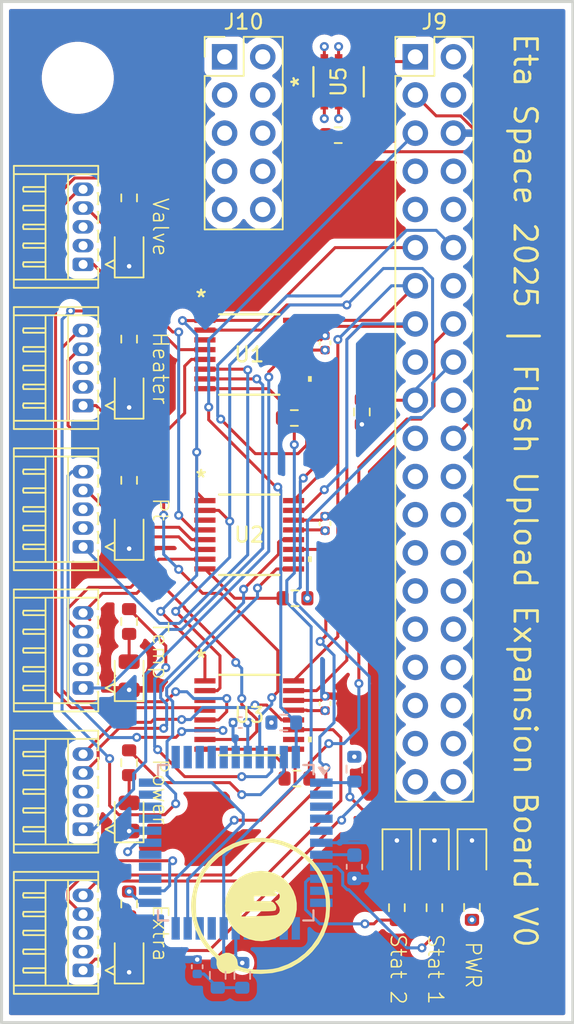
<source format=kicad_pcb>
(kicad_pcb (version 20240108) (generator "pcbnew") (generator_version "8.0")
  (layers (0 "F.Cu" signal) (1 "In1.Cu" signal) (2 "In2.Cu" signal) (31 "B.Cu" signal) (34 "B.Paste" user) (35 "F.Paste" user) (36 "B.SilkS" user "B.Silkscreen") (37 "F.SilkS" user "F.Silkscreen") (38 "B.Mask" user) (39 "F.Mask" user) (44 "Edge.Cuts" user))
  (net 0 "")
  (net 27 "Net-(C4-Pad2)")
  (net 50 "Net-(D8-A)")
  (net 52 "Net-(U4-VCAP)")
  (net 53 "/GPIO10")
  (net 60 "Net-(D9-A)")
  (net 67 "GND")
  (net 68 "+5V")
  (net 70 "+3.3V")
  (net 72 "/MCLR1")
  (net 73 "/PGC1")
  (net 74 "/PGD1")
  (net 75 "/PGD2")
  (net 76 "/MCLR2")
  (net 77 "/PGC2")
  (net 78 "/PGC3")
  (net 79 "/PGD3")
  (net 80 "/MCLR3")
  (net 81 "/MCLR4")
  (net 82 "/PGC4")
  (net 83 "/PGD4")
  (net 84 "/PGC5")
  (net 85 "/MCLR5")
  (net 86 "/PGD5")
  (net 87 "/MCLR6")
  (net 88 "/PGC6")
  (net 89 "/PGD6")
  (net 90 "/PGD7")
  (net 91 "/PGC7")
  (net 92 "/MCLR7")
  (net 93 "/PGC8")
  (net 94 "/MCLR8")
  (net 95 "/PGD8")
  (net 96 "/GPIO23")
  (net 97 "/GPIO22")
  (net 98 "/GPIO27")
  (net 99 "/GPIO18")
  (net 100 "/GPIO17")
  (net 101 "/GPIO24")
  (net 102 "VDD")
  (net 103 "/GPIO2")
  (net 104 "/GPIO3")
  (net 105 "/GPIO25")
  (net 106 "Net-(U5-G)")
  (net 107 "Net-(D1-A)")
  (net 108 "/PGD")
  (net 109 "/MCLR")
  (net 110 "/dspic/B2")
  (net 111 "Net-(D2-A)")
  (net 112 "Net-(D3-A)")
  (net 113 "/dspic/B3")
  (net 114 "Net-(D4-A)")
  (net 115 "/dspic/B4")
  (net 116 "/dspic/B5")
  (net 117 "Net-(D5-A)")
  (net 118 "/dspic/B6")
  (net 119 "Net-(D6-A)")
  (net 120 "Net-(D7-A)")
  (net 121 "/dspic/B7")
  (net 122 "/PGC")
  (net 135 "/dspic/B10")
  (net 136 "/dspic/B11")
  (footprint "Capacitor_SMD:C_0402_1005Metric" (layer "F.Cu") (at 71.547199 96.725001 -90)
    (property "Reference" "C3" (hide yes))
    (property "Value" "0.1uF" (hide yes))
  )
  (footprint "Connector_Hirose:Hirose_DF13-05P-1.25DS_1x05_P1.25mm_Horizontal" (layer "F.Cu") (at 55.4325 114.5 90)
    (property "Reference" "J6" (hide yes))
    (property "Value" "Conn_01x05_Pin" (hide yes))
  )
  (footprint "Resistor_SMD:R_0603_1608Metric" (layer "F.Cu") (at 58.5 72.47375 90)
    (property "Reference" "R13" (hide yes))
    (property "Value" "1k" (hide yes))
  )
  (footprint "Resistor_SMD:R_0603_1608Metric" (layer "F.Cu") (at 58.5 110.07375 90)
    (property "Reference" "R11" (hide yes))
    (property "Value" "1k" (hide yes))
  )
  (footprint "LED_SMD:LED_0805_2012Metric" (layer "F.Cu") (at 58.5 66.68625 90)
    (property "Reference" "D3" (hide yes))
    (property "Value" "LED" (hide yes))
  )
  (footprint "LED_SMD:LED_0805_2012Metric" (layer "F.Cu") (at 58.5 113.68625 90)
    (property "Reference" "D2" (hide yes))
    (property "Value" "LED" (hide yes))
  )
  (footprint "LED_SMD:LED_0805_2012Metric" (layer "F.Cu") (at 78.8315 106.7875 -90)
    (property "Reference" "D8" (hide yes))
    (property "Value" "LED" (hide yes))
  )
  (footprint "TMUX1208:PW_16_TEX" (layer "F.Cu") (at 66.5 73.5)
    (property "Reference" "U1")
    (property "Value" "TMUX1208PWR" (hide yes))
  )
  (footprint "LED_SMD:LED_0805_2012Metric" (layer "F.Cu") (at 58.5 104.28625 90)
    (property "Reference" "D7" (hide yes))
    (property "Value" "LED" (hide yes))
  )
  (footprint "MOSFET-P:TSOP_7EV-T1_BE3_VIS" (layer "F.Cu") (at 72.44996 55.3462 90)
    (property "Reference" "U5")
    (property "Value" "SQ3457EV-T1_BE3" (hide yes))
  )
  (footprint "Resistor_SMD:R_0603_1608Metric" (layer "F.Cu") (at 69.547199 89.725001)
    (property "Reference" "R8" (hide yes))
    (property "Value" "50" (hide yes))
  )
  (footprint "Resistor_SMD:R_0603_1608Metric" (layer "F.Cu") (at 76.3315 110.325 -90)
    (property "Reference" "R18" (hide yes))
    (property "Value" "1k" (hide yes))
  )
  (footprint "Connector_PinHeader_2.54mm:PinHeader_2x05_P2.54mm_Vertical" (layer "F.Cu") (at 64.859 53.683)
    (property "Reference" "J10")
    (property "Value" "Conn_02x05_Odd_Even" (hide yes))
  )
  (footprint "Resistor_SMD:R_0603_1608Metric" (layer "F.Cu") (at 69.5 77.725001)
    (property "Reference" "R9" (hide yes))
    (property "Value" "100" (hide yes))
  )
  (footprint "LED_SMD:LED_0805_2012Metric" (layer "F.Cu") (at 81.3315 106.7875 -90)
    (property "Reference" "D1" (hide yes))
    (property "Value" "LED" (hide yes))
  )
  (footprint "LED_SMD:LED_0805_2012Metric" (layer "F.Cu") (at 58.5 94.88625 90)
    (property "Reference" "D6" (hide yes))
    (property "Value" "LED" (hide yes))
  )
  (footprint "MountingHole:MountingHole_4.3mm_M4" (layer "F.Cu") (at 55.08 55.08)
    (property "Reference" "REF**" (hide yes))
    (property "Value" "MountingHole_4.3mm_M4" (hide yes))
  )
  (footprint "Resistor_SMD:R_0603_1608Metric" (layer "F.Cu") (at 69.675 101.725001)
    (property "Reference" "R7" (hide yes))
    (property "Value" "50" (hide yes))
  )
  (footprint "Resistor_SMD:R_0603_1608Metric" (layer "F.Cu") (at 58.5 100.67375 90)
    (property "Reference" "R16" (hide yes))
    (property "Value" "1k" (hide yes))
  )
  (footprint "Resistor_SMD:R_0603_1608Metric" (layer "F.Cu") (at 72.425 58.9)
    (property "Reference" "R3" (hide yes))
    (property "Value" "10k" (hide yes))
  )
  (footprint "IMGS:etalogo" (layer "F.Cu") (at 67.2 110.2 -90)
    (property "Reference" "G***" (hide yes))
    (property "Value" "LOGO" (hide yes))
  )
  (footprint "LED_SMD:LED_0805_2012Metric" (layer "F.Cu") (at 76.3315 106.7875 -90)
    (property "Reference" "D9" (hide yes))
    (property "Value" "LED" (hide yes))
  )
  (footprint "Resistor_SMD:R_0603_1608Metric" (layer "F.Cu") (at 74 77.325 -90)
    (property "Reference" "R10" (hide yes))
    (property "Value" "10k" (hide yes))
  )
  (footprint "Resistor_SMD:R_0603_1608Metric" (layer "F.Cu") (at 81.3315 110.3075 -90)
    (property "Reference" "R4" (hide yes))
    (property "Value" "50" (hide yes))
  )
  (footprint "TMUX1208:PW_16_TEX" (layer "F.Cu") (at 66.5 97.5)
    (property "Reference" "U3")
    (property "Value" "TMUX1208PWR" (hide yes))
  )
  (footprint "LED_SMD:LED_0805_2012Metric" (layer "F.Cu") (at 58.5 76.08625 90)
    (property "Reference" "D4" (hide yes))
    (property "Value" "LED" (hide yes))
  )
  (footprint "Connector_Hirose:Hirose_DF13-05P-1.25DS_1x05_P1.25mm_Horizontal" (layer "F.Cu") (at 55.4325 86.3 90)
    (property "Reference" "J3" (hide yes))
    (property "Value" "Conn_01x05_Pin" (hide yes))
  )
  (footprint "Connector_Hirose:Hirose_DF13-05P-1.25DS_1x05_P1.25mm_Horizontal" (layer "F.Cu") (at 55.4325 95.7 90)
    (property "Reference" "J4" (hide yes))
    (property "Value" "Conn_01x05_Pin" (hide yes))
  )
  (footprint "Connector_PinHeader_2.54mm:PinHeader_2x20_P2.54mm_Vertical" (layer "F.Cu") (at 77.559 53.683)
    (property "Reference" "J9")
    (property "Value" "Conn_02x20_Odd_Even" (hide yes))
  )
  (footprint "LED_SMD:LED_0805_2012Metric" (layer "F.Cu") (at 58.5 85.48625 90)
    (property "Reference" "D5" (hide yes))
    (property "Value" "LED" (hide yes))
  )
  (footprint "Resistor_SMD:R_0603_1608Metric" (layer "F.Cu") (at 58.5 63.07375 90)
    (property "Reference" "R12" (hide yes))
    (property "Value" "1k" (hide yes))
  )
  (footprint "Capacitor_SMD:C_0402_1005Metric" (layer "F.Cu") (at 71.547199 84.746301 -90)
    (property "Reference" "C2" (hide yes))
    (property "Value" "0.1uF" (hide yes))
  )
  (footprint "Resistor_SMD:R_0603_1608Metric" (layer "F.Cu") (at 58.5 81.87375 90)
    (property "Reference" "R14" (hide yes))
    (property "Value" "1k" (hide yes))
  )
  (footprint "TMUX1208:PW_16_TEX" (layer "F.Cu") (at 66.5 85.5)
    (property "Reference" "U2")
    (property "Value" "TMUX1208PWR" (hide yes))
  )
  (footprint "Capacitor_SMD:C_0402_1005Metric" (layer "F.Cu") (at 71.547199 72.725001 -90)
    (property "Reference" "C1" (hide yes))
    (property "Value" "0.1uF" (hide yes))
  )
  (footprint "Resistor_SMD:R_0603_1608Metric" (layer "F.Cu") (at 58.5 91.27375 90)
    (property "Reference" "R15" (hide yes))
    (property "Value" "1k" (hide yes))
  )
  (footprint "Connector_Hirose:Hirose_DF13-05P-1.25DS_1x05_P1.25mm_Horizontal" (layer "F.Cu") (at 55.4325 76.9 90)
    (property "Reference" "J2" (hide yes))
    (property "Value" "Conn_01x05_Pin" (hide yes))
  )
  (footprint "Connector_Hirose:Hirose_DF13-05P-1.25DS_1x05_P1.25mm_Horizontal" (layer "F.Cu") (at 55.4325 105.1 90)
    (property "Reference" "J5" (hide yes))
    (property "Value" "Conn_01x05_Pin" (hide yes))
  )
  (footprint "Connector_Hirose:Hirose_DF13-05P-1.25DS_1x05_P1.25mm_Horizontal" (layer "F.Cu") (at 55.4325 67.5 90)
    (property "Reference" "J1" (hide yes))
    (property "Value" "Conn_01x05_Pin" (hide yes))
  )
  (footprint "Resistor_SMD:R_0603_1608Metric" (layer "F.Cu") (at 78.8315 110.325 -90)
    (property "Reference" "R17" (hide yes))
    (property "Value" "1k" (hide yes))
  )
  (footprint "Package_QFP:TQFP-44_10x10mm_P0.8mm" (layer "B.Cu") (at 65.6 106 180)
    (property "Reference" "U4" (hide yes))
    (property "Value" "DSPIC33FJ128GP204" (hide yes))
  )
  (footprint "Capacitor_SMD:C_0402_1005Metric" (layer "B.Cu") (at 65.9 98)
    (property "Reference" "C5" (hide yes))
    (property "Value" "0.1uF" (hide yes))
  )
  (footprint "Capacitor_SMD:C_0603_1608Metric" (layer "B.Cu") (at 73.5 107.6 -90)
    (property "Reference" "C6" (hide yes))
    (property "Value" "10uf" (hide yes))
  )
  (footprint "Resistor_SMD:R_0603_1608Metric" (layer "B.Cu") (at 68.8 98 180)
    (property "Reference" "R5" (hide yes))
    (property "Value" "10k" (hide yes))
  )
  (footprint "Resistor_SMD:R_0603_1608Metric" (layer "B.Cu") (at 64.4 114.825 90)
    (property "Reference" "R2" (hide yes))
    (property "Value" "100" (hide yes))
  )
  (footprint "Resistor_SMD:R_0603_1608Metric" (layer "B.Cu") (at 73.5 101.1 90)
    (property "Reference" "R6" (hide yes))
    (property "Value" "10k" (hide yes))
  )
  (footprint "Capacitor_SMD:C_0402_1005Metric" (layer "B.Cu") (at 63.035 114.255 -90)
    (property "Reference" "C4" (hide yes))
    (property "Value" "0.1uF" (hide yes))
  )
  (footprint "Resistor_SMD:R_0603_1608Metric" (layer "B.Cu") (at 66.035 114.825 -90)
    (property "Reference" "R1" (hide yes))
    (property "Value" "10k" (hide yes))
  )
  (gr_rect (start 50 50) (end 88.0504 117.9754) (stroke (width 0.2)) (fill none) (layer "Edge.Cuts"))
  (gr_text "Stat 1" (at 78.3315 112 270) (layer "F.SilkS") (effects (font (size 1 1) (thickness 0.1)) (justify left bottom)))
  (gr_text "Temp" (at 60 91.221429 -90) (layer "F.SilkS") (effects (font (size 1 1) (thickness 0.1)) (justify left bottom)))
  (gr_text "PWR" (at 80.8315 112.5 -90) (layer "F.SilkS") (effects (font (size 1 1) (thickness 0.1)) (justify left bottom)))
  (gr_text "Heater" (at 60 71.921428 -90) (layer "F.SilkS") (effects (font (size 1 1) (thickness 0.1)) (justify left bottom)))
  (gr_text "Eta Space 2025 | Flash Upload Expansion Board V0" (at 84 52 270) (layer "F.SilkS") (effects (font (size 1.5 1.5) (thickness 0.1875)) (justify left bottom)))
  (gr_text "Power" (at 60 100.335714 -90) (layer "F.SilkS") (effects (font (size 1 1) (thickness 0.1)) (justify left bottom)))
  (gr_text "Pt" (at 60 82.964286 -90) (layer "F.SilkS") (effects (font (size 1 1) (thickness 0.1)) (justify left bottom)))
  (gr_text "Valve" (at 60 62.997619 -90) (layer "F.SilkS") (effects (font (size 1 1) (thickness 0.1)) (justify left bottom)))
  (gr_text "Stat 2" (at 75.8315 112 270) (layer "F.SilkS") (effects (font (size 1 1) (thickness 0.1)) (justify left bottom)))
  (gr_text "Extra" (at 60 110.045238 270) (layer "F.SilkS") (effects (font (size 1 1) (thickness 0.1)) (justify left bottom)))
  (segment (start 63.035 114.735) (end 63.485 114.735) (width 0.2) (layer "B.Cu") (net 27))
  (segment (start 66.035 115.65) (end 64.4 115.65) (width 0.2) (layer "B.Cu") (net 27))
  (segment (start 63.485 114.735) (end 64.4 115.65) (width 0.2) (layer "B.Cu") (net 27))
  (segment (start 78.8315 107.725) (end 78.8315 109.5) (width 0.2) (layer "F.Cu") (net 50))
  (segment (start 73.475 106.8) (end 73.5 106.825) (width 0.2) (layer "B.Cu") (net 52))
  (segment (start 71.3 106.8) (end 73.475 106.8) (width 0.2) (layer "B.Cu") (net 52))
  (segment (start 63.547199 95.874999) (end 64.3754 95.874999) (width 0.2) (layer "F.Cu") (net 53))
  (segment (start 74 76.5) (end 74.5 76.5) (width 0.2) (layer "F.Cu") (net 53))
  (segment (start 67.324604 71.874999) (end 68.999603 70.2) (width 0.2) (layer "F.Cu") (net 53))
  (segment (start 74.543 76.543) (end 77.559 76.543) (width 0.2) (layer "F.Cu") (net 53))
  (segment (start 64.549998 93.549998) (end 61.6 90.6) (width 0.2) (layer "F.Cu") (net 53))
  (segment (start 64.549998 95.700401) (end 64.549998 93.549998) (width 0.2) (layer "F.Cu") (net 53))
  (segment (start 64.474999 83.874999) (end 63.547199 83.874999) (width 0.2) (layer "F.Cu") (net 53))
  (segment (start 63.547199 71.874999) (end 67.324604 71.874999) (width 0.2) (layer "F.Cu") (net 53))
  (segment (start 74.5 76.5) (end 74.543 76.543) (width 0.2) (layer "F.Cu") (net 53))
  (segment (start 68.999603 70.2) (end 73 70.2) (width 0.2) (layer "F.Cu") (net 53))
  (segment (start 65.2 84.6) (end 64.474999 83.874999) (width 0.2) (layer "F.Cu") (net 53))
  (segment (start 64.3754 95.874999) (end 64.549998 95.700401) (width 0.2) (layer "F.Cu") (net 53))
  (via (at 73 70.2) (size 0.6) (drill 0.3) (layers "F.Cu" "B.Cu") (net 53))
  (via (at 65.2 84.6) (size 0.6) (drill 0.3) (layers "F.Cu" "B.Cu") (net 53))
  (via (at 61.6 90.6) (size 0.6) (drill 0.3) (layers "F.Cu" "B.Cu") (net 53))
  (segment (start 78.709 74.691) (end 77.559 75.841) (width 0.2) (layer "B.Cu") (net 53))
  (segment (start 77.559 75.841) (end 77.559 76.543) (width 0.2) (layer "B.Cu") (net 53))
  (segment (start 65.2 87) (end 65.2 84.6) (width 0.2) (layer "B.Cu") (net 53))
  (segment (start 69.2 70.2) (end 73 70.2) (width 0.2) (layer "B.Cu") (net 53))
  (segment (start 78.035346 67.773) (end 78.709 68.446654) (width 0.2) (layer "B.Cu") (net 53))
  (segment (start 73 70.2) (end 75.427 67.773) (width 0.2) (layer "B.Cu") (net 53))
  (segment (start 65.2 84.6) (end 65.2 74.2) (width 0.2) (layer "B.Cu") (net 53))
  (segment (start 75.427 67.773) (end 78.035346 67.773) (width 0.2) (layer "B.Cu") (net 53))
  (segment (start 61.6 90.6) (end 65.2 87) (width 0.2) (layer "B.Cu") (net 53))
  (segment (start 65.2 74.2) (end 69.2 70.2) (width 0.2) (layer "B.Cu") (net 53))
  (segment (start 78.709 68.446654) (end 78.709 74.691) (width 0.2) (layer "B.Cu") (net 53))
  (segment (start 76.3315 107.725) (end 76.3315 109.5) (width 0.2) (layer "F.Cu") (net 60))
  (segment (start 71.267199 72.525001) (end 69.452801 72.525001) (width 0.2) (layer "F.Cu") (net 67))
  (segment (start 71.267199 96.525001) (end 71.547199 96.245001) (width 0.2) (layer "F.Cu") (net 67))
  (segment (start 71.288499 84.525001) (end 71.547199 84.266301) (width 0.2) (layer "F.Cu") (net 67))
  (segment (start 69.452801 84.525001) (end 71.288499 84.525001) (width 0.2) (layer "F.Cu") (net 67))
  (segment (start 69.452801 96.525001) (end 71.267199 96.525001) (width 0.2) (layer "F.Cu") (net 67))
  (segment (start 71.547199 72.245001) (end 71.267199 72.525001) (width 0.2) (layer "F.Cu") (net 67))
  (via (at 58.5 77.02375) (size 0.6) (drill 0.3) (layers "F.Cu" "B.Cu") (net 67))
  (via (at 71.547199 96.245001) (size 0.6) (drill 0.3) (layers "F.Cu" "B.Cu") (net 67))
  (via (at 81.3315 105.85) (size 0.6) (drill 0.3) (layers "F.Cu" "B.Cu") (net 67))
  (via (at 73.5 108.375) (size 0.6) (drill 0.3) (layers "F.Cu" "B.Cu") (net 67))
  (via (at 58.5 114.62375) (size 0.6) (drill 0.3) (layers "F.Cu" "B.Cu") (net 67))
  (via (at 58.5 86.42375) (size 0.6) (drill 0.3) (layers "F.Cu" "B.Cu") (net 67))
  (via (at 74 78.15) (size 0.6) (drill 0.3) (layers "F.Cu" "B.Cu") (net 67))
  (via (at 58.5 105.22375) (size 0.6) (drill 0.3) (layers "F.Cu" "B.Cu") (net 67))
  (via (at 76.3315 105.85) (size 0.6) (drill 0.3) (layers "F.Cu" "B.Cu") (net 67))
  (via (at 78.8315 105.85) (size 0.6) (drill 0.3) (layers "F.Cu" "B.Cu") (net 67))
  (via (at 58.5 95.82375) (size 0.6) (drill 0.3) (layers "F.Cu" "B.Cu") (net 67))
  (via (at 71.547199 72.245001) (size 0.6) (drill 0.3) (layers "F.Cu" "B.Cu") (net 67))
  (via (at 65.42 98) (size 0.6) (drill 0.3) (layers "F.Cu" "B.Cu") (net 67))
  (via (at 58.5 67.62375) (size 0.6) (drill 0.3) (layers "F.Cu" "B.Cu") (net 67))
  (via (at 71.547199 84.266301) (size 0.6) (drill 0.3) (layers "F.Cu" "B.Cu") (net 67))
  (via (at 63.035 113.775) (size 0.6) (drill 0.3) (layers "F.Cu" "B.Cu") (net 67))
  (segment (start 71.3 106) (end 76.1815 106) (width 0.2) (layer "B.Cu") (net 67))
  (segment (start 65.6 100.3) (end 65.6 99.35) (width 0.2) (layer "B.Cu") (net 67))
  (segment (start 65.42 99.17) (end 65.42 98) (width 0.2) (layer "B.Cu") (net 67))
  (segment (start 59.9 105.2) (end 58.52375 105.2) (width 0.2) (layer "B.Cu") (net 67))
  (segment (start 65.6 99.35) (end 65.42 99.17) (width 0.2) (layer "B.Cu") (net 67))
  (segment (start 58.52375 105.2) (end 58.5 105.22375) (width 0.2) (layer "B.Cu") (net 67))
  (segment (start 76.1815 106) (end 76.3315 105.85) (width 0.2) (layer "B.Cu") (net 67))
  (segment (start 77.242 54) (end 77.559 53.683) (width 0.2) (layer "F.Cu") (net 70))
  (segment (start 73.39992 54) (end 77.242 54) (width 0.2) (layer "F.Cu") (net 70))
  (segment (start 56.1325 67.5) (end 61.807499 73.174999) (width 0.2) (layer "F.Cu") (net 72))
  (segment (start 61.807499 73.174999) (end 63.547199 73.174999) (width 0.2) (layer "F.Cu") (net 72))
  (segment (start 55.4325 67.5) (end 56.1325 67.5) (width 0.2) (layer "F.Cu") (net 72))
  (segment (start 63.547199 97.174999) (end 63.38345 97.01125) (width 0.2) (layer "F.Cu") (net 73))
  (segment (start 63.38345 97.01125) (end 54.645564 97.01125) (width 0.2) (layer "F.Cu") (net 73))
  (segment (start 53.6 95.965686) (end 53.6 64.0825) (width 0.2) (layer "F.Cu") (net 73))
  (segment (start 55.1825 62.5) (end 55.4325 62.5) (width 0.2) (layer "F.Cu") (net 73))
  (segment (start 53.6 64.0825) (end 55.1825 62.5) (width 0.2) (layer "F.Cu") (net 73))
  (segment (start 54.645564 97.01125) (end 53.6 95.965686) (width 0.2) (layer "F.Cu") (net 73))
  (segment (start 57.5 65.5675) (end 57.5 68.099482) (width 0.2) (layer "F.Cu") (net 74))
  (segment (start 61.400518 72) (end 61.8 72) (width 0.2) (layer "F.Cu") (net 74))
  (segment (start 57.5 68.099482) (end 61.400518 72) (width 0.2) (layer "F.Cu") (net 74))
  (segment (start 61.8 84.2) (end 62.774999 85.174999) (width 0.2) (layer "F.Cu") (net 74))
  (segment (start 55.4325 63.75) (end 55.6825 63.75) (width 0.2) (layer "F.Cu") (net 74))
  (segment (start 55.6825 63.75) (end 57.5 65.5675) (width 0.2) (layer "F.Cu") (net 74))
  (segment (start 62.774999 85.174999) (end 63.547199 85.174999) (width 0.2) (layer "F.Cu") (net 74))
  (via (at 61.8 72) (size 0.6) (drill 0.3) (layers "F.Cu" "B.Cu") (net 74))
  (via (at 61.8 84.2) (size 0.6) (drill 0.3) (layers "F.Cu" "B.Cu") (net 74))
  (segment (start 61.8 72) (end 61.8 84.2) (width 0.2) (layer "B.Cu") (net 74))
  (segment (start 58.2 81.99875) (end 58.987648 81.99875) (width 0.2) (layer "F.Cu") (net 75))
  (segment (start 55.1825 73.15) (end 54.4325 73.9) (width 0.2) (layer "F.Cu") (net 75))
  (segment (start 61.819402 85) (end 62.6444 85.824998) (width 0.2) (layer "F.Cu") (net 75))
  (segment (start 55.4325 73.15) (end 55.1825 73.15) (width 0.2) (layer "F.Cu") (net 75))
  (segment (start 54.4325 78.23125) (end 58.2 81.99875) (width 0.2) (layer "F.Cu") (net 75))
  (segment (start 54.4325 73.9) (end 54.4325 78.23125) (width 0.2) (layer "F.Cu") (net 75))
  (segment (start 58.987648 81.99875) (end 59.6 82.611102) (width 0.2) (layer "F.Cu") (net 75))
  (segment (start 59.6 82.611102) (end 59.6 85) (width 0.2) (layer "F.Cu") (net 75))
  (segment (start 59.6 85) (end 61.819402 85) (width 0.2) (layer "F.Cu") (net 75))
  (segment (start 62.6444 85.824998) (end 63.547199 85.824998) (width 0.2) (layer "F.Cu") (net 75))
  (segment (start 56.3 76.9) (end 59 79.6) (width 0.2) (layer "F.Cu") (net 76))
  (segment (start 62.2 74.269398) (end 62.6444 73.824998) (width 0.2) (layer "F.Cu") (net 76))
  (segment (start 62.6444 73.824998) (end 63.547199 73.824998) (width 0.2) (layer "F.Cu") (net 76))
  (segment (start 60 79.6) (end 62.2 77.4) (width 0.2) (layer "F.Cu") (net 76))
  (segment (start 62.2 77.4) (end 62.2 74.269398) (width 0.2) (layer "F.Cu") (net 76))
  (segment (start 59 79.6) (end 60 79.6) (width 0.2) (layer "F.Cu") (net 76))
  (segment (start 55.4325 76.9) (end 56.3 76.9) (width 0.2) (layer "F.Cu") (net 76))
  (segment (start 54.0325 73.05) (end 55.1825 71.9) (width 0.2) (layer "F.Cu") (net 77))
  (segment (start 65 97.274996) (end 64.449998 97.824998) (width 0.2) (layer "F.Cu") (net 77))
  (segment (start 65 96.4) (end 65 97.274996) (width 0.2) (layer "F.Cu") (net 77))
  (segment (start 64.449998 97.824998) (end 63.547199 97.824998) (width 0.2) (layer "F.Cu") (net 77))
  (segment (start 60.93768 96.61125) (end 54.81125 96.61125) (width 0.2) (layer "F.Cu") (net 77))
  (segment (start 55.1825 71.9) (end 55.4325 71.9) (width 0.2) (layer "F.Cu") (net 77))
  (segment (start 54.81125 96.61125) (end 54.0325 95.8325) (width 0.2) (layer "F.Cu") (net 77))
  (segment (start 61.6 95.94893) (end 60.93768 96.61125) (width 0.2) (layer "F.Cu") (net 77))
  (segment (start 54.0325 95.8325) (end 54.0325 73.05) (width 0.2) (layer "F.Cu") (net 77))
  (via (at 61.6 95.94893) (size 0.6) (drill 0.3) (layers "F.Cu" "B.Cu") (net 77))
  (via (at 65 96.4) (size 0.6) (drill 0.3) (layers "F.Cu" "B.Cu") (net 77))
  (segment (start 62.34893 95.94893) (end 62.8 96.4) (width 0.2) (layer "B.Cu") (net 77))
  (segment (start 61.6 95.94893) (end 62.34893 95.94893) (width 0.2) (layer "B.Cu") (net 77))
  (segment (start 62.8 96.4) (end 65 96.4) (width 0.2) (layer "B.Cu") (net 77))
  (segment (start 61.61572 98.98428) (end 59.005855 98.98428) (width 0.2) (layer "F.Cu") (net 78))
  (segment (start 63.547199 98.474999) (end 64.697482 98.474999) (width 0.2) (layer "F.Cu") (net 78))
  (segment (start 64.697482 98.474999) (end 64.747481 98.524998) (width 0.2) (layer "F.Cu") (net 78))
  (segment (start 62 98.6) (end 61.61572 98.98428) (width 0.2) (layer "F.Cu") (net 78))
  (via (at 62 98.6) (size 0.6) (drill 0.3) (layers "F.Cu" "B.Cu") (net 78))
  (via (at 64.747481 98.524998) (size 0.6) (drill 0.3) (layers "F.Cu" "B.Cu") (net 78))
  (via (at 59.005855 98.98428) (size 0.6) (drill 0.3) (layers "F.Cu" "B.Cu") (net 78))
  (segment (start 58.990135 99) (end 57.2 99) (width 0.2) (layer "B.Cu") (net 78))
  (segment (start 54.7 81.3) (end 55.4325 81.3) (width 0.2) (layer "B.Cu") (net 78))
  (segment (start 62.075002 98.524998) (end 64.747481 98.524998) (width 0.2) (layer "B.Cu") (net 78))
  (segment (start 62 98.6) (end 62.075002 98.524998) (width 0.2) (layer "B.Cu") (net 78))
  (segment (start 54.4325 81.5675) (end 54.7 81.3) (width 0.2) (layer "B.Cu") (net 78))
  (segment (start 59.005855 98.98428) (end 58.990135 99) (width 0.2) (layer "B.Cu") (net 78))
  (segment (start 57.2 99) (end 54.4325 96.2325) (width 0.2) (layer "B.Cu") (net 78))
  (segment (start 54.4325 96.2325) (end 54.4325 81.5675) (width 0.2) (layer "B.Cu") (net 78))
  (segment (start 58.111768 85.63625) (end 61.805651 85.63625) (width 0.2) (layer "F.Cu") (net 79))
  (segment (start 62.6444 86.474999) (end 63.547199 86.474999) (width 0.2) (layer "F.Cu") (net 79))
  (segment (start 57.5 85.024482) (end 58.111768 85.63625) (width 0.2) (layer "F.Cu") (net 79))
  (segment (start 61.805651 85.63625) (end 62.6444 86.474999) (width 0.2) (layer "F.Cu") (net 79))
  (segment (start 57.5 84.3675) (end 57.5 85.024482) (width 0.2) (layer "F.Cu") (net 79))
  (segment (start 55.4325 82.55) (end 55.6825 82.55) (width 0.2) (layer "F.Cu") (net 79))
  (segment (start 55.6825 82.55) (end 57.5 84.3675) (width 0.2) (layer "F.Cu") (net 79))
  (segment (start 66.397936 74.524998) (end 66.347937 74.474999) (width 0.2) (layer "F.Cu") (net 80))
  (segment (start 66.347937 74.474999) (end 63.547199 74.474999) (width 0.2) (layer "F.Cu") (net 80))
  (via (at 66.397936 74.524998) (size 0.6) (drill 0.3) (layers "F.Cu" "B.Cu") (net 80))
  (segment (start 55.4325 86.3) (end 60.5325 91.4) (width 0.2) (layer "B.Cu") (net 80))
  (segment (start 60.5325 91.4) (end 61.834314 91.4) (width 0.2) (layer "B.Cu") (net 80))
  (segment (start 61.834314 91.4) (end 66.397936 86.836378) (width 0.2) (layer "B.Cu") (net 80))
  (segment (start 66.397936 86.836378) (end 66.397936 74.524998) (width 0.2) (layer "B.Cu") (net 80))
  (segment (start 67 75.124998) (end 63.547199 75.124998) (width 0.2) (layer "F.Cu") (net 81))
  (via (at 67 75.124998) (size 0.6) (drill 0.3) (layers "F.Cu" "B.Cu") (net 81))
  (segment (start 67.4 75.524998) (end 67.4 86.4) (width 0.2) (layer "B.Cu") (net 81))
  (segment (start 67.4 86.4) (end 62 91.8) (width 0.2) (layer "B.Cu") (net 81))
  (segment (start 61 91.8) (end 57.1 95.7) (width 0.2) (layer "B.Cu") (net 81))
  (segment (start 67 75.124998) (end 67.4 75.524998) (width 0.2) (layer "B.Cu") (net 81))
  (segment (start 57.1 95.7) (end 55.4325 95.7) (width 0.2) (layer "B.Cu") (net 81))
  (segment (start 62 91.8) (end 61 91.8) (width 0.2) (layer "B.Cu") (net 81))
  (segment (start 62.2 90.351471) (end 62.2 90.4) (width 0.2) (layer "F.Cu") (net 82))
  (segment (start 56.7325 89.4) (end 59 89.4) (width 0.2) (layer "F.Cu") (net 82))
  (segment (start 65.6 94) (end 65.6 93.8) (width 0.2) (layer "F.Cu") (net 82))
  (segment (start 59.6 88.8) (end 60.648529 88.8) (width 0.2) (layer "F.Cu") (net 82))
  (segment (start 55.4325 90.7) (end 56.7325 89.4) (width 0.2) (layer "F.Cu") (net 82))
  (segment (start 66.628529 97.4) (end 66.6 97.4) (width 0.2) (layer "F.Cu") (net 82))
  (segment (start 67 98.6) (end 67 97.771471) (width 0.2) (layer "F.Cu") (net 82))
  (segment (start 66.6 97.4) (end 66 96.8) (width 0.2) (layer "F.Cu") (net 82))
  (segment (start 66 96.8) (end 66 96.4) (width 0.2) (layer "F.Cu") (net 82))
  (segment (start 63.547199 99.124998) (end 66.475002 99.124998) (width 0.2) (layer "F.Cu") (net 82))
  (segment (start 65.6 93.8) (end 62.2 90.4) (width 0.2) (layer "F.Cu") (net 82))
  (segment (start 59 89.4) (end 59.6 88.8) (width 0.2) (layer "F.Cu") (net 82))
  (segment (start 67 97.771471) (end 66.628529 97.4) (width 0.2) (layer "F.Cu") (net 82))
  (segment (start 60.648529 88.8) (end 62.2 90.351471) (width 0.2) (layer "F.Cu") (net 82))
  (segment (start 66.475002 99.124998) (end 67 98.6) (width 0.2) (layer "F.Cu") (net 82))
  (segment (start 55.88125 91.14875) (end 55.4325 90.7) (width 0.2) (layer "F.Cu") (net 82))
  (via (at 66 96.4) (size 0.6) (drill 0.3) (layers "F.Cu" "B.Cu") (net 82))
  (via (at 65.6 94) (size 0.6) (drill 0.3) (layers "F.Cu" "B.Cu") (net 82))
  (segment (start 65.6 94) (end 66 94.4) (width 0.2) (layer "B.Cu") (net 82))
  (segment (start 66 94.4) (end 66 96.4) (width 0.2) (layer "B.Cu") (net 82))
  (segment (start 54.4325 91.2) (end 54.4325 90.38934) (width 0.2) (layer "F.Cu") (net 83))
  (segment (start 60.475002 87.124998) (end 63.547199 87.124998) (width 0.2) (layer "F.Cu") (net 83))
  (segment (start 55.1825 91.95) (end 54.4325 91.2) (width 0.2) (layer "F.Cu") (net 83))
  (segment (start 55.4325 91.95) (end 55.1825 91.95) (width 0.2) (layer "F.Cu") (net 83))
  (segment (start 55.82184 89) (end 58.6 89) (width 0.2) (layer "F.Cu") (net 83))
  (segment (start 54.4325 90.38934) (end 55.82184 89) (width 0.2) (layer "F.Cu") (net 83))
  (segment (start 58.6 89) (end 60.475002 87.124998) (width 0.2) (layer "F.Cu") (net 83))
  (segment (start 61.98428 97.78428) (end 60.151471 97.78428) (width 0.2) (layer "F.Cu") (net 84))
  (segment (start 68.64853 97.825001) (end 69.452801 97.825001) (width 0.2) (layer "F.Cu") (net 84))
  (segment (start 59.951471 97.98428) (end 57.54822 97.98428) (width 0.2) (layer "F.Cu") (net 84))
  (segment (start 60.151471 97.78428) (end 59.951471 97.98428) (width 0.2) (layer "F.Cu") (net 84))
  (segment (start 62 97.8) (end 61.98428 97.78428) (width 0.2) (layer "F.Cu") (net 84))
  (segment (start 67.655996 96.832467) (end 68.64853 97.825001) (width 0.2) (layer "F.Cu") (net 84))
  (segment (start 57.54822 97.98428) (end 55.4325 100.1) (width 0.2) (layer "F.Cu") (net 84))
  (segment (start 66.880996 96.832467) (end 67.655996 96.832467) (width 0.2) (layer "F.Cu") (net 84))
  (via (at 62 97.8) (size 0.6) (drill 0.3) (layers "F.Cu" "B.Cu") (net 84))
  (via (at 66.880996 96.832467) (size 0.6) (drill 0.3) (layers "F.Cu" "B.Cu") (net 84))
  (segment (start 66.713463 97) (end 66.880996 96.832467) (width 0.2) (layer "B.Cu") (net 84))
  (segment (start 63.4 97) (end 66.713463 97) (width 0.2) (layer "B.Cu") (net 84))
  (segment (start 62.6 97.8) (end 63.4 97) (width 0.2) (layer "B.Cu") (net 84))
  (segment (start 62 97.8) (end 62.6 97.8) (width 0.2) (layer "B.Cu") (net 84))
  (segment (start 67.8 74.649601) (end 68.6246 73.825001) (width 0.2) (layer "F.Cu") (net 85))
  (segment (start 67.8 75) (end 67.8 74.649601) (width 0.2) (layer "F.Cu") (net 85))
  (segment (start 68.6246 73.825001) (end 69.452801 73.825001) (width 0.2) (layer "F.Cu") (net 85))
  (via (at 67.8 75) (size 0.6) (drill 0.3) (layers "F.Cu" "B.Cu") (net 85))
  (segment (start 59.6 98.729896) (end 59.605855 98.735751) (width 0.2) (layer "B.Cu") (net 85))
  (segment (start 59.6 94.8) (end 59.6 98.729896) (width 0.2) (layer "B.Cu") (net 85))
  (segment (start 59.605855 98.735751) (end 59.605855 100.594145) (width 0.2) (layer "B.Cu") (net 85))
  (segment (start 59.605855 100.594145) (end 58.8 101.4) (width 0.2) (layer "B.Cu") (net 85))
  (segment (start 58.8 102.4325) (end 56.1325 105.1) (width 0.2) (layer "B.Cu") (net 85))
  (segment (start 56.1325 105.1) (end 55.4325 105.1) (width 0.2) (layer "B.Cu") (net 85))
  (segment (start 67.8 75) (end 67.8 86.6) (width 0.2) (layer "B.Cu") (net 85))
  (segment (start 58.8 101.4) (end 58.8 102.4325) (width 0.2) (layer "B.Cu") (net 85))
  (segment (start 67.8 86.6) (end 59.6 94.8) (width 0.2) (layer "B.Cu") (net 85))
  (segment (start 68.450002 85.999599) (end 68.6246 85.825001) (width 0.2) (layer "F.Cu") (net 86))
  (segment (start 55.49316 101.35) (end 55.4325 101.35) (width 0.2) (layer "F.Cu") (net 86))
  (segment (start 56.4325 100.41066) (end 55.49316 101.35) (width 0.2) (layer "F.Cu") (net 86))
  (segment (start 56.4325 99.7675) (end 56.4325 100.41066) (width 0.2) (layer "F.Cu") (net 86))
  (segment (start 68.450002 86.798525) (end 68.450002 85.999599) (width 0.2) (layer "F.Cu") (net 86))
  (segment (start 60.8 98.38428) (end 57.81572 98.38428) (width 0.2) (layer "F.Cu") (net 86))
  (segment (start 57.81572 98.38428) (end 56.4325 99.7675) (width 0.2) (layer "F.Cu") (net 86))
  (segment (start 66.123526 89.125001) (end 68.450002 86.798525) (width 0.2) (layer "F.Cu") (net 86))
  (segment (start 68.6246 85.825001) (end 69.452801 85.825001) (width 0.2) (layer "F.Cu") (net 86))
  (via (at 66.123526 89.125001) (size 0.6) (drill 0.3) (layers "F.Cu" "B.Cu") (net 86))
  (via (at 60.8 98.38428) (size 0.6) (drill 0.3) (layers "F.Cu" "B.Cu") (net 86))
  (segment (start 60.8 98.38428) (end 61 98.18428) (width 0.2) (layer "B.Cu") (net 86))
  (segment (start 61 96.763145) (end 60.6 96.363145) (width 0.2) (layer "B.Cu") (net 86))
  (segment (start 61 98.18428) (end 61 96.763145) (width 0.2) (layer "B.Cu") (net 86))
  (segment (start 66.123526 90.011191) (end 66.123526 89.125001) (width 0.2) (layer "B.Cu") (net 86))
  (segment (start 60.6 96.363145) (end 60.6 95.534717) (width 0.2) (layer "B.Cu") (net 86))
  (segment (start 60.6 95.534717) (end 66.123526 90.011191) (width 0.2) (layer "B.Cu") (net 86))
  (segment (start 59.825 113.175) (end 59.25342 113.74658) (width 0.2) (layer "F.Cu") (net 87))
  (segment (start 56.24658 113.74658) (end 55.49316 114.5) (width 0.2) (layer "F.Cu") (net 87))
  (segment (start 69.452801 74.474999) (end 70.474999 74.474999) (width 0.2) (layer "F.Cu") (net 87))
  (segment (start 70.474999 74.474999) (end 71.306058 75.306058) (width 0.2) (layer "F.Cu") (net 87))
  (segment (start 71.306058 80.523217) (end 70.1 81.729275) (width 0.2) (layer "F.Cu") (net 87))
  (segment (start 72.5 104.5) (end 63.825 113.175) (width 0.2) (layer "F.Cu") (net 87))
  (segment (start 63.825 113.175) (end 59.825 113.175) (width 0.2) (layer "F.Cu") (net 87))
  (segment (start 55.49316 114.5) (end 55.4325 114.5) (width 0.2) (layer "F.Cu") (net 87))
  (segment (start 72.651471 104.5) (end 72.5 104.5) (width 0.2) (layer "F.Cu") (net 87))
  (segment (start 59.25342 113.74658) (end 56.24658 113.74658) (width 0.2) (layer "F.Cu") (net 87))
  (segment (start 71.306058 75.306058) (end 71.306058 80.523217) (width 0.2) (layer "F.Cu") (net 87))
  (via (at 70.1 81.729275) (size 0.6) (drill 0.3) (layers "F.Cu" "B.Cu") (net 87))
  (via (at 72.651471 104.5) (size 0.6) (drill 0.3) (layers "F.Cu" "B.Cu") (net 87))
  (segment (start 69.9 81.929275) (end 70.1 81.729275) (width 0.2) (layer "B.Cu") (net 87))
  (segment (start 69.532843 89.367157) (end 69.9 89) (width 0.2) (layer "B.Cu") (net 87))
  (segment (start 69.9 89) (end 69.9 81.929275) (width 0.2) (layer "B.Cu") (net 87))
  (segment (start 72.651471 104.5) (end 72.651471 104.348529) (width 0.2) (layer "B.Cu") (net 87))
  (segment (start 74.5 94.934314) (end 69.532843 89.967157) (width 0.2) (layer "B.Cu") (net 87))
  (segment (start 69.532843 89.967157) (end 69.532843 89.367157) (width 0.2) (layer "B.Cu") (net 87))
  (segment (start 72.651471 104.348529) (end 74.5 102.5) (width 0.2) (layer "B.Cu") (net 87))
  (segment (start 74.5 102.5) (end 74.5 94.934314) (width 0.2) (layer "B.Cu") (net 87))
  (segment (start 72.6 103.2) (end 72.6 99) (width 0.2) (layer "F.Cu") (net 88))
  (segment (start 55.4325 109.5) (end 56.38375 108.54875) (width 0.2) (layer "F.Cu") (net 88))
  (segment (start 56.38375 108.54875) (end 67.25125 108.54875) (width 0.2) (layer "F.Cu") (net 88))
  (segment (start 67.25125 108.54875) (end 72.6 103.2) (width 0.2) (layer "F.Cu") (net 88))
  (segment (start 72.6 99) (end 72.074999 98.474999) (width 0.2) (layer "F.Cu") (net 88))
  (segment (start 72.074999 98.474999) (end 69.452801 98.474999) (width 0.2) (layer "F.Cu") (net 88))
  (segment (start 71.220728 92.6) (end 71.6 92.220728) (width 0.2) (layer "F.Cu") (net 89))
  (segment (start 55.37184 110.75) (end 54.4325 109.81066) (width 0.2) (layer "F.Cu") (net 89))
  (segment (start 55.47309 108.14875) (end 65.263899 108.14875) (width 0.2) (layer "F.Cu") (net 89))
  (segment (start 71.6 101.812649) (end 71.6 101) (width 0.2) (layer "F.Cu") (net 89))
  (segment (start 71.474999 86.474999) (end 69.452801 86.474999) (width 0.2) (layer "F.Cu") (net 89))
  (segment (start 55.4325 110.75) (end 55.37184 110.75) (width 0.2) (layer "F.Cu") (net 89))
  (segment (start 71.6 92.220728) (end 71.6 86.6) (width 0.2) (layer "F.Cu") (net 89))
  (segment (start 54.4325 109.18934) (end 55.47309 108.14875) (width 0.2) (layer "F.Cu") (net 89))
  (segment (start 65.263899 108.14875) (end 71.6 101.812649) (width 0.2) (layer "F.Cu") (net 89))
  (segment (start 55.4325 110.75) (end 55.1825 110.75) (width 0.2) (layer "F.Cu") (net 89))
  (segment (start 71.6 86.6) (end 71.474999 86.474999) (width 0.2) (layer "F.Cu") (net 89))
  (segment (start 54.4325 109.81066) (end 54.4325 109.18934) (width 0.2) (layer "F.Cu") (net 89))
  (via (at 71.6 101) (size 0.6) (drill 0.3) (layers "F.Cu" "B.Cu") (net 89))
  (via (at 71.220728 92.6) (size 0.6) (drill 0.3) (layers "F.Cu" "B.Cu") (net 89))
  (segment (start 71.2 98.947199) (end 72.147199 98) (width 0.2) (layer "B.Cu") (net 89))
  (segment (start 71.6 101) (end 71.2 100.6) (width 0.2) (layer "B.Cu") (net 89))
  (segment (start 71.2 100.6) (end 71.2 98.947199) (width 0.2) (layer "B.Cu") (net 89))
  (segment (start 72.147199 98) (end 72.147199 93.526471) (width 0.2) (layer "B.Cu") (net 89))
  (segment (start 72.147199 93.526471) (end 71.220728 92.6) (width 0.2) (layer "B.Cu") (net 89))
  (segment (start 65.5 104.5) (end 67.262649 104.5) (width 0.2) (layer "F.Cu") (net 93))
  (segment (start 67.262649 104.5) (end 69.55 102.212649) (width 0.2) (layer "F.Cu") (net 93))
  (segment (start 69.55 99.872198) (end 69.452801 99.774999) (width 0.2) (layer "F.Cu") (net 93))
  (segment (start 69.55 102.212649) (end 69.55 99.872198) (width 0.2) (layer "F.Cu") (net 93))
  (via (at 65.5 104.5) (size 0.6) (drill 0.3) (layers "F.Cu" "B.Cu") (net 93))
  (segment (start 61.6 111.7) (end 61.6 108.4) (width 0.2) (layer "B.Cu") (net 93))
  (segment (start 61.6 108.4) (end 65.5 104.5) (width 0.2) (layer "B.Cu") (net 93))
  (segment (start 69.5 79.5) (end 69.5 78.5) (width 0.2) (layer "F.Cu") (net 94))
  (segment (start 69.452801 78.452801) (end 69.452801 75.774999) (width 0.2) (layer "F.Cu") (net 94))
  (segment (start 69.5 78.5) (end 69.452801 78.452801) (width 0.2) (layer "F.Cu") (net 94))
  (via (at 69.5 79.5) (size 0.6) (drill 0.3) (layers "F.Cu" "B.Cu") (net 94))
  (segment (start 69.5 88.048932) (end 69.5 79.5) (width 0.2) (layer "B.Cu") (net 94))
  (segment (start 69 90) (end 69 88.548932) (width 0.2) (layer "B.Cu") (net 94))
  (segment (start 64.4 114) (end 64.8 113.6) (width 0.2) (layer "B.Cu") (net 94))
  (segment (start 70.620728 101.054272) (end 70.620728 91.620728) (width 0.2) (layer "B.Cu") (net 94))
  (segment (start 70.620728 91.620728) (end 69 90) (width 0.2) (layer "B.Cu") (net 94))
  (segment (start 64.8 113.6) (end 64.8 111.7) (width 0.2) (layer "B.Cu") (net 94))
  (segment (start 64.8 106.875) (end 70.620728 101.054272) (width 0.2) (layer "B.Cu") (net 94))
  (segment (start 69 88.548932) (end 69.5 88.048932) (width 0.2) (layer "B.Cu") (net 94))
  (segment (start 64.8 111.7) (end 64.8 106.875) (width 0.2) (layer "B.Cu") (net 94))
  (segment (start 68.322057 87.774999) (end 67.048528 89.048528) (width 0.2) (layer "F.Cu") (net 95))
  (segment (start 69.452801 87.774999) (end 68.322057 87.774999) (width 0.2) (layer "F.Cu") (net 95))
  (via (at 67.048528 89.048528) (size 0.6) (drill 0.3) (layers "F.Cu" "B.Cu") (net 95))
  (segment (start 61 96.197459) (end 61.4 96.597459) (width 0.2) (layer "B.Cu") (net 95))
  (segment (start 66.1 104.1) (end 66.1 104.748529) (width 0.2) (layer "B.Cu") (net 95))
  (segment (start 61.5 102) (end 64 102) (width 0.2) (layer "B.Cu") (net 95))
  (segment (start 67.048528 89.048528) (end 67.048528 89.651875) (width 0.2) (layer "B.Cu") (net 95))
  (segment (start 67.048528 89.651875) (end 61 95.700403) (width 0.2) (layer "B.Cu") (net 95))
  (segment (start 61.025 101.525) (end 61.5 102) (width 0.2) (layer "B.Cu") (net 95))
  (segment (start 61.025 99.25) (end 61.025 101.525) (width 0.2) (layer "B.Cu") (net 95))
  (segment (start 62.4 108.448529) (end 62.4 111.7) (width 0.2) (layer "B.Cu") (net 95))
  (segment (start 61.4 98.875) (end 61.025 99.25) (width 0.2) (layer "B.Cu") (net 95))
  (segment (start 61 95.700403) (end 61 96.197459) (width 0.2) (layer "B.Cu") (net 95))
  (segment (start 64 102) (end 66.1 104.1) (width 0.2) (layer "B.Cu") (net 95))
  (segment (start 66.1 104.748529) (end 62.4 108.448529) (width 0.2) (layer "B.Cu") (net 95))
  (segment (start 61.4 96.597459) (end 61.4 98.875) (width 0.2) (layer "B.Cu") (net 95))
  (segment (start 77.928346 77.8) (end 78.8 76.928346) (width 0.2) (layer "F.Cu") (net 96))
  (segment (start 78.8 72.762) (end 80.099 71.463) (width 0.2) (layer "F.Cu") (net 96))
  (segment (start 78.8 76.928346) (end 78.8 72.762) (width 0.2) (layer "F.Cu") (net 96))
  (segment (start 70.5 100.7) (end 71.8 99.4) (width 0.2) (layer "F.Cu") (net 96))
  (segment (start 73.8 81) (end 77 77.8) (width 0.2) (layer "F.Cu") (net 96))
  (segment (start 77 77.8) (end 77.928346 77.8) (width 0.2) (layer "F.Cu") (net 96))
  (segment (start 70.5 101.725001) (end 70.5 100.7) (width 0.2) (layer "F.Cu") (net 96))
  (segment (start 73.8 95.4) (end 73.8 81) (width 0.2) (layer "F.Cu") (net 96))
  (via (at 73.8 95.4) (size 0.6) (drill 0.3) (layers "F.Cu" "B.Cu") (net 96))
  (via (at 71.8 99.4) (size 0.6) (drill 0.3) (layers "F.Cu" "B.Cu") (net 96))
  (segment (start 72.8 99.4) (end 73.8 98.4) (width 0.2) (layer "B.Cu") (net 96))
  (segment (start 73.8 98.4) (end 73.8 95.4) (width 0.2) (layer "B.Cu") (net 96))
  (segment (start 71.8 99.4) (end 72.8 99.4) (width 0.2) (layer "B.Cu") (net 96))
  (segment (start 73 81) (end 73 72.5) (width 0.2) (layer "F.Cu") (net 97))
  (segment (start 70.3556 71.875002) (end 69.452801 71.875002) (width 0.2) (layer "F.Cu") (net 97))
  (segment (start 77.396999 71.625001) (end 74.5 71.625001) (width 0.2) (layer "F.Cu") (net 97))
  (segment (start 73 93.856066) (end 73 81) (width 0.2) (layer "F.Cu") (net 97))
  (segment (start 77.559 71.463) (end 77.396999 71.625001) (width 0.2) (layer "F.Cu") (net 97))
  (segment (start 70.124998 83.875002) (end 71.5 82.5) (width 0.2) (layer "F.Cu") (net 97))
  (segment (start 70.981064 95.875002) (end 73 93.856066) (width 0.2) (layer "F.Cu") (net 97))
  (segment (start 73 72.5) (end 73.874999 71.625001) (width 0.2) (layer "F.Cu") (net 97))
  (segment (start 69.452801 95.875002) (end 70.981064 95.875002) (width 0.2) (layer "F.Cu") (net 97))
  (segment (start 74.5 71.625001) (end 70.605601 71.625001) (width 0.2) (layer "F.Cu") (net 97))
  (segment (start 69.452801 83.875002) (end 70.124998 83.875002) (width 0.2) (layer "F.Cu") (net 97))
  (segment (start 73.874999 71.625001) (end 74.5 71.625001) (width 0.2) (layer "F.Cu") (net 97))
  (segment (start 70.605601 71.625001) (end 70.3556 71.875002) (width 0.2) (layer "F.Cu") (net 97))
  (via (at 71.5 82.5) (size 0.6) (drill 0.3) (layers "F.Cu" "B.Cu") (net 97))
  (segment (start 71.5 82.5) (end 73 81) (width 0.2) (layer "B.Cu") (net 97))
  (segment (start 74.037 71.463) (end 77.559 71.463) (width 0.2) (layer "B.Cu") (net 97))
  (segment (start 73 81) (end 73 72.5) (width 0.2) (layer "B.Cu") (net 97))
  (segment (start 73 72.5) (end 74.037 71.463) (width 0.2) (layer "B.Cu") (net 97))
  (segment (start 72.4 80.277802) (end 72.4 72.5) (width 0.2) (layer "F.Cu") (net 98))
  (segment (start 72.4 92.277802) (end 72.4 80.277802) (width 0.2) (layer "F.Cu") (net 98))
  (segment (start 69.452801 71.225001) (end 75.256999 71.225001) (width 0.2) (layer "F.Cu") (net 98))
  (segment (start 69.452801 95.225001) (end 72.4 92.277802) (width 0.2) (layer "F.Cu") (net 98))
  (segment (start 75.256999 71.225001) (end 77.559 68.923) (width 0.2) (layer "F.Cu") (net 98))
  (segment (start 69.452801 83.225001) (end 72.4 80.277802) (width 0.2) (layer "F.Cu") (net 98))
  (via (at 72.4 72.5) (size 0.6) (drill 0.3) (layers "F.Cu" "B.Cu") (net 98))
  (segment (start 75.977 68.923) (end 77.559 68.923) (width 0.2) (layer "B.Cu") (net 98))
  (segment (start 72.4 72.5) (end 75.977 68.923) (width 0.2) (layer "B.Cu") (net 98))
  (segment (start 69.748529 80.1) (end 70.325 79.523529) (width 0.2) (layer "F.Cu") (net 99))
  (segment (start 70.325 79.523529) (end 70.325 77.725001) (width 0.2) (layer "F.Cu") (net 99))
  (segment (start 66.9 80.1) (end 69.748529 80.1) (width 0.2) (layer "F.Cu") (net 99))
  (segment (start 64.6 77.8) (end 66.9 80.1) (width 0.2) (layer "F.Cu") (net 99))
  (via (at 64.6 77.8) (size 0.6) (drill 0.3) (layers "F.Cu" "B.Cu") (net 99))
  (segment (start 69 69.6) (end 64.4 74.2) (width 0.2) (layer "B.Cu") (net 99))
  (segment (start 69.6 69.6) (end 69.8 69.6) (width 0.2) (layer "B.Cu") (net 99))
  (segment (start 80.099 66.383) (end 78.949 65.233) (width 0.2) (layer "B.Cu") (net 99))
  (segment (start 69.8 69.6) (end 69 69.6) (width 0.2) (layer "B.Cu") (net 99))
  (segment (start 64.4 74.2) (end 64.4 77.6) (width 0.2) (layer "B.Cu") (net 99))
  (segment (start 78.949 65.233) (end 76.967 65.233) (width 0.2) (layer "B.Cu") (net 99))
  (segment (start 64.4 77.6) (end 64.6 77.8) (width 0.2) (layer "B.Cu") (net 99))
  (segment (start 72.6 69.6) (end 69.6 69.6) (width 0.2) (layer "B.Cu") (net 99))
  (segment (start 76.967 65.233) (end 72.6 69.6) (width 0.2) (layer "B.Cu") (net 99))
  (segment (start 63.547199 93.547199) (end 60.6 90.6) (width 0.2) (layer "F.Cu") (net 100))
  (segment (start 62.999997 80) (end 62.999997 82.677799) (width 0.2) (layer "F.Cu") (net 100))
  (segment (start 62.052983 71.241051) (end 63.531149 71.241051) (width 0.2) (layer "F.Cu") (net 100))
  (segment (start 72.217 66.383) (end 77.559 66.383) (width 0.2) (layer "F.Cu") (net 100))
  (segment (start 67.374999 71.225001) (end 72.217 66.383) (width 0.2) (layer "F.Cu") (net 100))
  (segment (start 63.531149 71.241051) (end 63.547199 71.225001) (width 0.2) (layer "F.Cu") (net 100))
  (segment (start 63.547199 71.225001) (end 67.374999 71.225001) (width 0.2) (layer "F.Cu") (net 100))
  (segment (start 63.547199 95.225001) (end 63.547199 93.547199) (width 0.2) (layer "F.Cu") (net 100))
  (segment (start 62.999997 82.677799) (end 63.547199 83.225001) (width 0.2) (layer "F.Cu") (net 100))
  (via (at 60.6 90.6) (size 0.6) (drill 0.3) (layers "F.Cu" "B.Cu") (net 100))
  (via (at 62.999997 80) (size 0.6) (drill 0.3) (layers "F.Cu" "B.Cu") (net 100))
  (via (at 62.052983 71.241051) (size 0.6) (drill 0.3) (layers "F.Cu" "B.Cu") (net 100))
  (segment (start 62.999997 88.200003) (end 60.6 90.6) (width 0.2) (layer "B.Cu") (net 100))
  (segment (start 62.999997 72.188065) (end 62.052983 71.241051) (width 0.2) (layer "B.Cu") (net 100))
  (segment (start 62.999997 80) (end 62.999997 72.188065) (width 0.2) (layer "B.Cu") (net 100))
  (segment (start 62.999997 80) (end 62.999997 88.200003) (width 0.2) (layer "B.Cu") (net 100))
  (via (at 70.372199 89.725001) (size 0.6) (drill 0.3) (layers "F.Cu" "B.Cu") (net 101))
  (segment (start 78.709 77.019346) (end 78.709 75.393) (width 0.2) (layer "B.Cu") (net 101))
  (segment (start 78.035346 77.693) (end 78.709 77.019346) (width 0.2) (layer "B.Cu") (net 101))
  (segment (start 77.271971 77.693) (end 78.035346 77.693) (width 0.2) (layer "B.Cu") (net 101))
  (segment (start 70.372199 84.592772) (end 77.271971 77.693) (width 0.2) (layer "B.Cu") (net 101))
  (segment (start 78.709 75.393) (end 80.099 74.003) (width 0.2) (layer "B.Cu") (net 101))
  (segment (start 70.372199 89.725001) (end 70.372199 84.592772) (width 0.2) (layer "B.Cu") (net 101))
  (segment (start 72.44996 56.6924) (end 72.44996 57.8) (width 0.2) (layer "F.Cu") (net 102))
  (segment (start 71.4959 85.175002) (end 71.547199 85.226301) (width 0.2) (layer "F.Cu") (net 102))
  (segment (start 70.324998 97.175002) (end 70.354997 97.205001) (width 0.2) (layer "F.Cu") (net 102))
  (segment (start 71.5 56.6924) (end 71.5 57.8) (width 0.2) (layer "F.Cu") (net 102))
  (segment (start 70.354997 97.205001) (end 71.547199 97.205001) (width 0.2) (layer "F.Cu") (net 102))
  (segment (start 69.4828 73.205001) (end 69.452801 73.175002) (width 0.2) (layer "F.Cu") (net 102))
  (segment (start 72.44996 54) (end 72.44996 53) (width 0.2) (layer "F.Cu") (net 102))
  (segment (start 69.452801 85.175002) (end 71.4959 85.175002) (width 0.2) (layer "F.Cu") (net 102))
  (segment (start 69.452801 97.175002) (end 70.324998 97.175002) (width 0.2) (layer "F.Cu") (net 102))
  (segment (start 71.547199 73.205001) (end 69.4828 73.205001) (width 0.2) (layer "F.Cu") (net 102))
  (segment (start 71.5 54) (end 71.5 53) (width 0.2) (layer "F.Cu") (net 102))
  (via (at 67.975 98) (size 0.6) (drill 0.3) (layers "F.Cu" "B.Cu") (net 102))
  (via (at 72.44996 53) (size 0.6) (drill 0.3) (layers "F.Cu" "B.Cu") (net 102))
  (via (at 71.5 53) (size 0.6) (drill 0.3) (layers "F.Cu" "B.Cu") (net 102))
  (via (at 66.38 98) (size 0.6) (drill 0.3) (layers "F.Cu" "B.Cu") (net 102))
  (via (at 66.035 114) (size 0.6) (drill 0.3) (layers "F.Cu" "B.Cu") (net 102))
  (via (at 71.5 57.8) (size 0.6) (drill 0.3) (layers "F.Cu" "B.Cu") (net 102))
  (via (at 71.547199 97.205001) (size 0.6) (drill 0.3) (layers "F.Cu" "B.Cu") (net 102))
  (via (at 71.547199 85.226301) (size 0.6) (drill 0.3) (layers "F.Cu" "B.Cu") (net 102))
  (via (at 58.4 106.6) (size 0.6) (drill 0.3) (layers "F.Cu" "B.Cu") (net 102))
  (via (at 72.44996 57.8) (size 0.6) (drill 0.3) (layers "F.Cu" "B.Cu") (net 102))
  (via (at 73.5 100.275) (size 0.6) (drill 0.3) (layers "F.Cu" "B.Cu") (net 102))
  (via (at 81.3315 111.1325) (size 0.6) (drill 0.3) (layers "F.Cu" "B.Cu") (net 102))
  (via (at 71.547199 73.205001) (size 0.6) (drill 0.3) (layers "F.Cu" "B.Cu") (net 102))
  (segment (start 66.4 98.02) (end 66.38 98) (width 0.2) (layer "B.Cu") (net 102))
  (segment (start 66.4 100.3) (end 66.4 98.02) (width 0.2) (layer "B.Cu") (net 102))
  (segment (start 65.6 113.565) (end 66.035 114) (width 0.2) (layer "B.Cu") (net 102))
  (segment (start 59.9 106) (end 59 106) (width 0.2) (layer "B.Cu") (net 102))
  (segment (start 59 106) (end 58.4 106.6) (width 0.2) (layer "B.Cu") (net 102))
  (segment (start 65.6 111.7) (end 65.6 113.565) (width 0.2) (layer "B.Cu") (net 102))
  (segment (start 77.559 56.223) (end 78.949 57.613) (width 0.2) (layer "F.Cu") (net 103))
  (segment (start 74.048527 103.8) (end 73.2 102.951473) (width 0.2) (layer "F.Cu") (net 103))
  (segment (start 78.949 57.613) (end 80.575346 57.613) (width 0.2) (layer "F.Cu") (net 103))
  (segment (start 80.575346 57.613) (end 82.4 59.437654) (width 0.2) (layer "F.Cu") (net 103))
  (segment (start 82.4 59.437654) (end 82.4 102.4) (width 0.2) (layer "F.Cu") (net 103))
  (segment (start 82.4 102.4) (end 81 103.8) (width 0.2) (layer "F.Cu") (net 103))
  (segment (start 81 103.8) (end 74.048527 103.8) (width 0.2) (layer "F.Cu") (net 103))
  (via (at 73.2 102.951473) (size 0.6) (drill 0.3) (layers "F.Cu" "B.Cu") (net 103))
  (segment (start 73.2 102.951473) (end 73.2 102.225) (width 0.2) (layer "B.Cu") (net 103))
  (segment (start 71.3 102) (end 73.425 102) (width 0.2) (layer "B.Cu") (net 103))
  (segment (start 73.2 102.225) (end 73.5 101.925) (width 0.2) (layer "B.Cu") (net 103))
  (segment (start 73.425 102) (end 73.5 101.925) (width 0.2) (layer "B.Cu") (net 103))
  (segment (start 68.275736 82.324265) (end 63.8 77.848529) (width 0.2) (layer "F.Cu") (net 104))
  (segment (start 68.4 82.324265) (end 68.275736 82.324265) (width 0.2) (layer "F.Cu") (net 104))
  (segment (start 63.8 77.848529) (end 63.8 77) (width 0.2) (layer "F.Cu") (net 104))
  (via (at 68.4 82.324265) (size 0.6) (drill 0.3) (layers "F.Cu" "B.Cu") (net 104))
  (via (at 63.8 77) (size 0.6) (drill 0.3) (layers "F.Cu" "B.Cu") (net 104))
  (segment (start 69.625 98) (end 69.625 100.275) (width 0.2) (layer "B.Cu") (net 104))
  (segment (start 68.6 82.524265) (end 68.6 96.975) (width 0.2) (layer "B.Cu") (net 104))
  (segment (start 69.625 100.275) (end 69.6 100.3) (width 0.2) (layer "B.Cu") (net 104))
  (segment (start 68.4 82.324265) (end 68.6 82.524265) (width 0.2) (layer "B.Cu") (net 104))
  (segment (start 74.2 62.122) (end 77.559 58.763) (width 0.2) (layer "B.Cu") (net 104))
  (segment (start 63.8 77) (end 63.8 72.522) (width 0.2) (layer "B.Cu") (net 104))
  (segment (start 63.8 72.522) (end 77.559 58.763) (width 0.2) (layer "B.Cu") (net 104))
  (segment (start 68.6 96.975) (end 69.625 98) (width 0.2) (layer "B.Cu") (net 104))
  (segment (start 81 60) (end 82 61) (width 0.2) (layer "F.Cu") (net 105))
  (segment (start 72.7 60) (end 81 60) (width 0.2) (layer "F.Cu") (net 105))
  (segment (start 82 61) (end 82 77.182) (width 0.2) (layer "F.Cu") (net 105))
  (segment (start 82 77.182) (end 80.099 79.083) (width 0.2) (layer "F.Cu") (net 105))
  (segment (start 71.6 58.9) (end 72.7 60) (width 0.2) (layer "F.Cu") (net 105))
  (segment (start 73.39992 56.6924) (end 73.39992 58.75008) (width 0.2) (layer "F.Cu") (net 106))
  (segment (start 73.39992 58.75008) (end 73.25 58.9) (width 0.2) (layer "F.Cu") (net 106))
  (segment (start 81.3315 107.725) (end 81.3315 109.4825) (width 0.2) (layer "F.Cu") (net 107))
  (segment (start 68.722199 89.725001) (end 65.525001 89.725001) (width 0.2) (layer "F.Cu") (net 108))
  (segment (start 65.525001 89.725001) (end 64.0278 88.2278) (width 0.2) (layer "F.Cu") (net 108))
  (segment (start 64.0278 88.2278) (end 64 88.2278) (width 0.2) (layer "F.Cu") (net 108))
  (segment (start 64 88.2278) (end 63.547199 87.774999) (width 0.2) (layer "F.Cu") (net 108))
  (segment (start 67.774999 75.774999) (end 63.547199 75.774999) (width 0.2) (layer "F.Cu") (net 109))
  (segment (start 68.675 76.675) (end 67.774999 75.774999) (width 0.2) (layer "F.Cu") (net 109))
  (segment (start 68.675 77.725001) (end 68.675 76.675) (width 0.2) (layer "F.Cu") (net 109))
  (via (at 58.5 109.24875) (size 0.6) (drill 0.3) (layers "F.Cu" "B.Cu") (net 110))
  (segment (start 59.9 110) (end 59.25125 110) (width 0.2) (layer "B.Cu") (net 110))
  (segment (start 59.25125 110) (end 58.5 109.24875) (width 0.2) (layer "B.Cu") (net 110))
  (segment (start 58.5 112.74875) (end 58.5 110.89875) (width 0.2) (layer "F.Cu") (net 111))
  (segment (start 58.5 63.89875) (end 58.5 65.74875) (width 0.2) (layer "F.Cu") (net 112))
  (segment (start 54.87184 61.75) (end 58.00125 61.75) (width 0.2) (layer "F.Cu") (net 113))
  (segment (start 55.2 107.2) (end 53.2 105.2) (width 0.2) (layer "F.Cu") (net 113))
  (segment (start 58.00125 61.75) (end 58.5 62.24875) (width 0.2) (layer "F.Cu") (net 113))
  (segment (start 61.4 107.2) (end 55.2 107.2) (width 0.2) (layer "F.Cu") (net 113))
  (segment (start 53.2 63.42184) (end 54.87184 61.75) (width 0.2) (layer "F.Cu") (net 113))
  (segment (start 53.2 105.2) (end 53.2 63.42184) (width 0.2) (layer "F.Cu") (net 113))
  (via (at 61.4 107.2) (size 0.6) (drill 0.3) (layers "F.Cu" "B.Cu") (net 113))
  (segment (start 61.2 107.4) (end 61.4 107.2) (width 0.2) (layer "B.Cu") (net 113))
  (segment (start 61.2 108.85) (end 61.2 107.4) (width 0.2) (layer "B.Cu") (net 113))
  (segment (start 60.85 109.2) (end 61.2 108.85) (width 0.2) (layer "B.Cu") (net 113))
  (segment (start 59.9 109.2) (end 60.85 109.2) (width 0.2) (layer "B.Cu") (net 113))
  (segment (start 58.5 75.14875) (end 58.5 73.29875) (width 0.2) (layer "F.Cu") (net 114))
  (segment (start 60.86375 104.13625) (end 61.6 103.4) (width 0.2) (layer "F.Cu") (net 115))
  (segment (start 57.2 100.4) (end 57.2 103.524482) (width 0.2) (layer "F.Cu") (net 115))
  (segment (start 57.811768 104.13625) (end 60.86375 104.13625) (width 0.2) (layer "F.Cu") (net 115))
  (segment (start 57.45125 70.6) (end 54.6 70.6) (width 0.2) (layer "F.Cu") (net 115))
  (segment (start 58.5 71.64875) (end 57.45125 70.6) (width 0.2) (layer "F.Cu") (net 115))
  (segment (start 57.2 103.524482) (end 57.811768 104.13625) (width 0.2) (layer "F.Cu") (net 115))
  (via (at 54.6 70.6) (size 0.6) (drill 0.3) (layers "F.Cu" "B.Cu") (net 115))
  (via (at 57.2 100.4) (size 0.6) (drill 0.3) (layers "F.Cu" "B.Cu") (net 115))
  (via (at 61.6 103.4) (size 0.6) (drill 0.3) (layers "F.Cu" "B.Cu") (net 115))
  (segment (start 54.0325 71.1675) (end 54.0325 97.2325) (width 0.2) (layer "B.Cu") (net 115))
  (segment (start 54.6 70.6) (end 54.0325 71.1675) (width 0.2) (layer "B.Cu") (net 115))
  (segment (start 60.85 102) (end 59.9 102) (width 0.2) (layer "B.Cu") (net 115))
  (segment (start 61.6 102.75) (end 60.85 102) (width 0.2) (layer "B.Cu") (net 115))
  (segment (start 54.0325 97.2325) (end 57.2 100.4) (width 0.2) (layer "B.Cu") (net 115))
  (segment (start 61.6 103.4) (end 61.6 102.75) (width 0.2) (layer "B.Cu") (net 115))
  (segment (start 58.603333 81.04875) (end 60.8 83.245417) (width 0.2) (layer "F.Cu") (net 116))
  (segment (start 68 96.340877) (end 68.4 95.940877) (width 0.2) (layer "F.Cu") (net 116))
  (segment (start 58.5 81.04875) (end 58.603333 81.04875) (width 0.2) (layer "F.Cu") (net 116))
  (segment (start 68.4 95.940877) (end 68.4 93.2) (width 0.2) (layer "F.Cu") (net 116))
  (segment (start 60.8 83.245417) (end 60.8 84.2) (width 0.2) (layer "F.Cu") (net 116))
  (segment (start 63.4 89.4) (end 61.8 87.8) (width 0.2) (layer "F.Cu") (net 116))
  (segment (start 68.4 93.2) (end 64.6 89.4) (width 0.2) (layer "F.Cu") (net 116))
  (segment (start 64.6 89.4) (end 63.4 89.4) (width 0.2) (layer "F.Cu") (net 116))
  (via (at 68 96.340877) (size 0.6) (drill 0.3) (layers "F.Cu" "B.Cu") (net 116))
  (via (at 61.8 87.8) (size 0.6) (drill 0.3) (layers "F.Cu" "B.Cu") (net 116))
  (via (at 60.8 84.2) (size 0.6) (drill 0.3) (layers "F.Cu" "B.Cu") (net 116))
  (segment (start 67.2 97.587352) (end 67.2 100.3) (width 0.2) (layer "B.Cu") (net 116))
  (segment (start 60.8 84.2) (end 60.8 86.8) (width 0.2) (layer "B.Cu") (net 116))
  (segment (start 60.8 86.8) (end 61.8 87.8) (width 0.2) (layer "B.Cu") (net 116))
  (segment (start 68 96.340877) (end 68 96.787352) (width 0.2) (layer "B.Cu") (net 116))
  (segment (start 68 96.787352) (end 67.2 97.587352) (width 0.2) (layer "B.Cu") (net 116))
  (segment (start 58.5 82.69875) (end 58.5 84.54875) (width 0.2) (layer "F.Cu") (net 117))
  (segment (start 58.5 90.44875) (end 60.943094 92.891844) (width 0.2) (layer "F.Cu") (net 118))
  (segment (start 62.2 101.6) (end 60.4 99.8) (width 0.2) (layer "F.Cu") (net 118))
  (segment (start 60.943094 92.891844) (end 60.943094 94.343094) (width 0.2) (layer "F.Cu") (net 118))
  (segment (start 66 101.6) (end 62.2 101.6) (width 0.2) (layer "F.Cu") (net 118))
  (via (at 60.943094 94.343094) (size 0.6) (drill 0.3) (layers "F.Cu" "B.Cu") (net 118))
  (via (at 60.4 99.8) (size 0.6) (drill 0.3) (layers "F.Cu" "B.Cu") (net 118))
  (via (at 66 101.6) (size 0.6) (drill 0.3) (layers "F.Cu" "B.Cu") (net 118))
  (segment (start 68 100.3) (end 68 101.25) (width 0.2) (layer "B.Cu") (net 118))
  (segment (start 60.2 99.6) (end 60.2 95.086188) (width 0.2) (layer "B.Cu") (net 118))
  (segment (start 60.2 95.086188) (end 60.943094 94.343094) (width 0.2) (layer "B.Cu") (net 118))
  (segment (start 68 101.25) (end 67.65 101.6) (width 0.2) (layer "B.Cu") (net 118))
  (segment (start 60.4 99.8) (end 60.2 99.6) (width 0.2) (layer "B.Cu") (net 118))
  (segment (start 67.65 101.6) (end 66 101.6) (width 0.2) (layer "B.Cu") (net 118))
  (segment (start 58.5 93.94875) (end 58.5 92.09875) (width 0.2) (layer "F.Cu") (net 119))
  (segment (start 58.5 103.34875) (end 58.5 101.49875) (width 0.2) (layer "F.Cu") (net 120))
  (segment (start 60.65125 102) (end 58.5 99.84875) (width 0.2) (layer "F.Cu") (net 121))
  (segment (start 66 102.8) (end 65.2 102) (width 0.2) (layer "F.Cu") (net 121))
  (segment (start 65.2 102) (end 60.65125 102) (width 0.2) (layer "F.Cu") (net 121))
  (via (at 66 102.8) (size 0.6) (drill 0.3) (layers "F.Cu" "B.Cu") (net 121))
  (segment (start 67.25 102.8) (end 68.8 101.25) (width 0.2) (layer "B.Cu") (net 121))
  (segment (start 68.8 101.25) (end 68.8 100.3) (width 0.2) (layer "B.Cu") (net 121))
  (segment (start 66 102.8) (end 67.25 102.8) (width 0.2) (layer "B.Cu") (net 121))
  (segment (start 67.774999 99.774999) (end 63.547199 99.774999) (width 0.2) (layer "F.Cu") (net 122))
  (segment (start 68.85 101.725001) (end 68.85 100.85) (width 0.2) (layer "F.Cu") (net 122))
  (segment (start 68.85 100.85) (end 67.774999 99.774999) (width 0.2) (layer "F.Cu") (net 122))
  (segment (start 78 113) (end 78.8315 112.1685) (width 0.2) (layer "F.Cu") (net 135))
  (segment (start 78.8315 112.1685) (end 78.8315 111.15) (width 0.2) (layer "F.Cu") (net 135))
  (via (at 78 113) (size 0.6) (drill 0.3) (layers "F.Cu" "B.Cu") (net 135))
  (segment (start 72.325 107.6) (end 71.3 107.6) (width 0.2) (layer "B.Cu") (net 135))
  (segment (start 73.026304 109.125) (end 72.725 108.823696) (width 0.2) (layer "B.Cu") (net 135))
  (segment (start 72.725 108) (end 72.325 107.6) (width 0.2) (layer "B.Cu") (net 135))
  (segment (start 73.125 109.125) (end 73.026304 109.125) (width 0.2) (layer "B.Cu") (net 135))
  (segment (start 78 113) (end 77 113) (width 0.2) (layer "B.Cu") (net 135))
  (segment (start 77 113) (end 73.125 109.125) (width 0.2) (layer "B.Cu") (net 135))
  (segment (start 72.725 108.823696) (end 72.725 108) (width 0.2) (layer "B.Cu") (net 135))
  (segment (start 75.05 111.15) (end 76.3315 111.15) (width 0.2) (layer "F.Cu") (net 136))
  (segment (start 74.8 111.4) (end 75.05 111.15) (width 0.2) (layer "F.Cu") (net 136))
  (segment (start 74.2 111.4) (end 74.8 111.4) (width 0.2) (layer "F.Cu") (net 136))
  (via (at 74.2 111.4) (size 0.6) (drill 0.3) (layers "F.Cu" "B.Cu") (net 136))
  (segment (start 70.25 110.45) (end 71.2 111.4) (width 0.2) (layer "B.Cu") (net 136))
  (segment (start 71.3 108.4) (end 70.475 108.4) (width 0.2) (layer "B.Cu") (net 136))
  (segment (start 70.25 108.625) (end 70.25 110.45) (width 0.2) (layer "B.Cu") (net 136))
  (segment (start 70.475 108.4) (end 70.25 108.625) (width 0.2) (layer "B.Cu") (net 136))
  (segment (start 71.2 111.4) (end 74.2 111.4) (width 0.2) (layer "B.Cu") (net 136))
  (zone (net 67) (net_name "GND") (layers "F&B.Cu") (connect_pads (clearance 0.5)) (min_thickness 0.25) (fill yes (thermal_gap 0.5) (thermal_bridge_width 0.5))
    (polygon (pts (xy 50 118) (xy 88 118) (xy 88 50) (xy 50 50)))
  )
)
</source>
